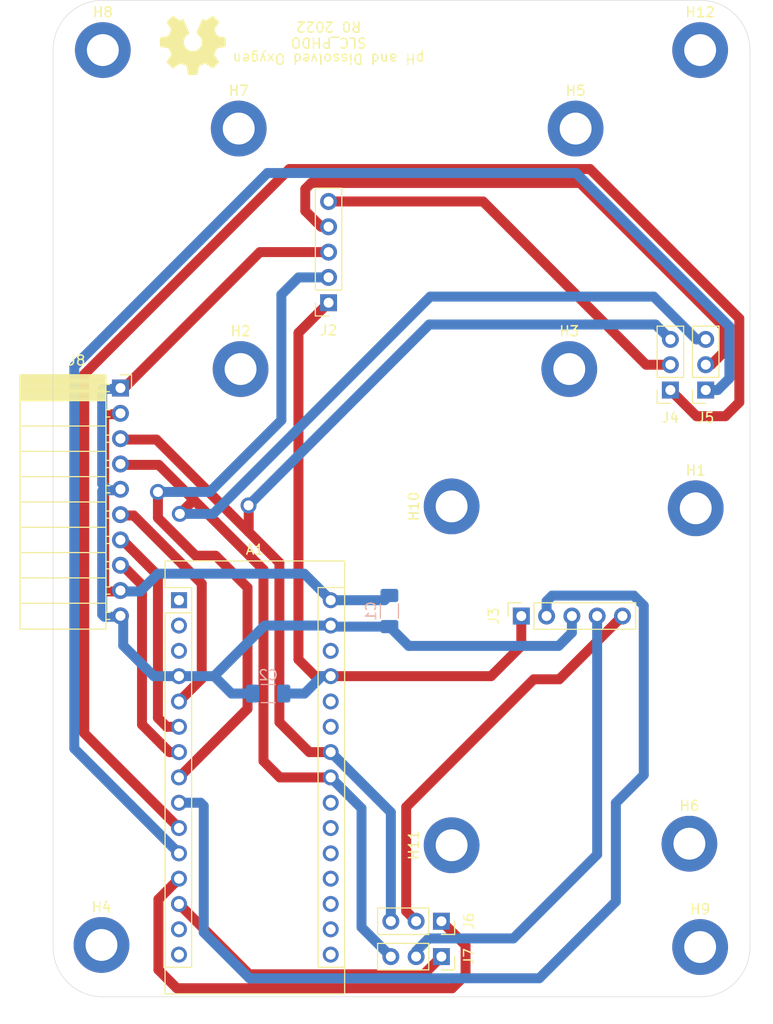
<source format=kicad_pcb>
(kicad_pcb (version 20240108) (generator "pcbnew") (generator_version "8.0")
  (layers (0 "F.Cu" signal) (31 "B.Cu" signal) (34 "B.Paste" user) (35 "F.Paste" user) (36 "B.SilkS" user "B.Silkscreen") (37 "F.SilkS" user "F.Silkscreen") (38 "B.Mask" user) (39 "F.Mask" user) (44 "Edge.Cuts" user))
  (net 0 "")
  (net 4 "GND")
  (net 5 "/E_STOP")
  (net 6 "/INT")
  (net 7 "/SYNC")
  (net 8 "/RX1")
  (net 9 "/TX1")
  (net 10 "/RX2")
  (net 11 "/TX2")
  (net 21 "/I2C_DAT")
  (net 22 "/I2C_CLK")
  (net 25 "+5V")
  (net 27 "+12V")
  (net 28 "/OFFO2")
  (net 29 "/OFFpH")
  (net 30 "/TX1{slash}SDA")
  (net 31 "/RX1{slash}SCL")
  (net 32 "/TX2{slash}SDA")
  (net 33 "/RX2{slash}SCL")
  (net 34 "/PHDO/E_STOP")
  (net 35 "/PHDO/INT")
  (net 36 "/PHDO/SYNC")
  (net 37 "/PHDO/I2C_DAT")
  (net 38 "/PHDO/I2C_CLK")
  (footprint "MountingHole:MountingHole_3.2mm_M3_DIN965_Pad" (layer "F.Cu") (at 160.02 91.44)
    (property "Reference" "H1" (at 0 -3.8 0) (layer "F.SilkS"))
    (property "Value" "MountingHole")
    (pad "1" thru_hole circle (at 0 0) (size 5.6 5.6) (drill 3.2) (layers "*.Cu" "*.Mask"))
  )
  (footprint "Connector_PinSocket_2.54mm:PinSocket_1x03_P2.54mm_Vertical" (layer "F.Cu") (at 134.475 136.425 -90)
    (property "Reference" "J7" (at 0 -2.77 90) (layer "F.SilkS"))
    (property "Value" "Conn_01x03_Male")
    (fp_line (start -1.33 6.41) (end 1.33 6.41) (stroke (width 0.12)) (layer "F.SilkS"))
    (fp_line (start -1.33 1.27) (end -1.33 6.41) (stroke (width 0.12)) (layer "F.SilkS"))
    (fp_line (start -1.33 1.27) (end 1.33 1.27) (stroke (width 0.12)) (layer "F.SilkS"))
    (fp_line (start 1.33 1.27) (end 1.33 6.41) (stroke (width 0.12)) (layer "F.SilkS"))
    (fp_line (start 0 -1.33) (end 1.33 -1.33) (stroke (width 0.12)) (layer "F.SilkS"))
    (fp_line (start 1.33 -1.33) (end 1.33 0) (stroke (width 0.12)) (layer "F.SilkS"))
    (pad "1" thru_hole rect (at 0 0 270) (size 1.7 1.7) (drill 1) (layers "*.Cu" "*.Mask") (net 11 "/TX2"))
    (pad "2" thru_hole oval (at 0 2.54 270) (size 1.7 1.7) (drill 1) (layers "*.Cu" "*.Mask") (net 32 "/TX2{slash}SDA"))
    (pad "3" thru_hole oval (at 0 5.08 270) (size 1.7 1.7) (drill 1) (layers "*.Cu" "*.Mask") (net 21 "/I2C_DAT"))
  )
  (footprint "Connector_PinSocket_2.54mm:PinSocket_1x05_P2.54mm_Vertical" (layer "F.Cu") (at 142.5 102.25 90)
    (property "Reference" "J3" (at 0 -2.77 90) (layer "F.SilkS"))
    (property "Value" "Conn_01x05_Female")
    (fp_line (start 1.33 -1.33) (end 1.33 0) (stroke (width 0.12)) (layer "F.SilkS"))
    (fp_line (start 0 -1.33) (end 1.33 -1.33) (stroke (width 0.12)) (layer "F.SilkS"))
    (fp_line (start 1.33 1.27) (end 1.33 11.49) (stroke (width 0.12)) (layer "F.SilkS"))
    (fp_line (start -1.33 1.27) (end 1.33 1.27) (stroke (width 0.12)) (layer "F.SilkS"))
    (fp_line (start -1.33 1.27) (end -1.33 11.49) (stroke (width 0.12)) (layer "F.SilkS"))
    (fp_line (start -1.33 11.49) (end 1.33 11.49) (stroke (width 0.12)) (layer "F.SilkS"))
    (pad "1" thru_hole rect (at 0 0 90) (size 1.7 1.7) (drill 1) (layers "*.Cu" "*.Mask") (net 25 "+5V"))
    (pad "2" thru_hole oval (at 0 2.54 90) (size 1.7 1.7) (drill 1) (layers "*.Cu" "*.Mask") (net 29 "/OFFpH"))
    (pad "3" thru_hole oval (at 0 5.08 90) (size 1.7 1.7) (drill 1) (layers "*.Cu" "*.Mask") (net 4 "GND"))
    (pad "4" thru_hole oval (at 0 7.62 90) (size 1.7 1.7) (drill 1) (layers "*.Cu" "*.Mask") (net 32 "/TX2{slash}SDA"))
    (pad "5" thru_hole oval (at 0 10.16 90) (size 1.7 1.7) (drill 1) (layers "*.Cu" "*.Mask") (net 33 "/RX2{slash}SCL"))
  )
  (footprint "Connector_PinSocket_2.54mm:PinSocket_1x03_P2.54mm_Vertical" (layer "F.Cu") (at 134.475 132.875 -90)
    (property "Reference" "J6" (at 0 -2.77 90) (layer "F.SilkS"))
    (property "Value" "Conn_01x03_Male")
    (fp_line (start -1.33 6.41) (end 1.33 6.41) (stroke (width 0.12)) (layer "F.SilkS"))
    (fp_line (start -1.33 1.27) (end -1.33 6.41) (stroke (width 0.12)) (layer "F.SilkS"))
    (fp_line (start -1.33 1.27) (end 1.33 1.27) (stroke (width 0.12)) (layer "F.SilkS"))
    (fp_line (start 1.33 1.27) (end 1.33 6.41) (stroke (width 0.12)) (layer "F.SilkS"))
    (fp_line (start 0 -1.33) (end 1.33 -1.33) (stroke (width 0.12)) (layer "F.SilkS"))
    (fp_line (start 1.33 -1.33) (end 1.33 0) (stroke (width 0.12)) (layer "F.SilkS"))
    (pad "1" thru_hole rect (at 0 0 270) (size 1.7 1.7) (drill 1) (layers "*.Cu" "*.Mask") (net 10 "/RX2"))
    (pad "2" thru_hole oval (at 0 2.54 270) (size 1.7 1.7) (drill 1) (layers "*.Cu" "*.Mask") (net 33 "/RX2{slash}SCL"))
    (pad "3" thru_hole oval (at 0 5.08 270) (size 1.7 1.7) (drill 1) (layers "*.Cu" "*.Mask") (net 22 "/I2C_CLK"))
  )
  (footprint "MountingHole:MountingHole_3.2mm_M3_DIN965_Pad" (layer "F.Cu") (at 159.385 125.095)
    (property "Reference" "H6" (at 0 -3.8 0) (layer "F.SilkS"))
    (property "Value" "MountingHole")
    (pad "1" thru_hole circle (at 0 0) (size 5.6 5.6) (drill 3.2) (layers "*.Cu" "*.Mask"))
  )
  (footprint "Connector_PinSocket_2.54mm:PinSocket_1x05_P2.54mm_Vertical" (layer "F.Cu") (at 123.139466 70.814466 180)
    (property "Reference" "J2" (at 0 -2.77 0) (layer "F.SilkS"))
    (property "Value" "Conn_01x05_Female")
    (fp_line (start 1.33 1.27) (end 1.33 11.49) (stroke (width 0.12)) (layer "F.SilkS"))
    (fp_line (start 1.33 -1.33) (end 1.33 0) (stroke (width 0.12)) (layer "F.SilkS"))
    (fp_line (start 0 -1.33) (end 1.33 -1.33) (stroke (width 0.12)) (layer "F.SilkS"))
    (fp_line (start -1.33 11.49) (end 1.33 11.49) (stroke (width 0.12)) (layer "F.SilkS"))
    (fp_line (start -1.33 1.27) (end 1.33 1.27) (stroke (width 0.12)) (layer "F.SilkS"))
    (fp_line (start -1.33 1.27) (end -1.33 11.49) (stroke (width 0.12)) (layer "F.SilkS"))
    (pad "1" thru_hole rect (at 0 0 180) (size 1.7 1.7) (drill 1) (layers "*.Cu" "*.Mask") (net 25 "+5V"))
    (pad "2" thru_hole oval (at 0 2.54 180) (size 1.7 1.7) (drill 1) (layers "*.Cu" "*.Mask") (net 28 "/OFFO2"))
    (pad "3" thru_hole oval (at 0 5.08 180) (size 1.7 1.7) (drill 1) (layers "*.Cu" "*.Mask") (net 4 "GND"))
    (pad "4" thru_hole oval (at 0 7.62 180) (size 1.7 1.7) (drill 1) (layers "*.Cu" "*.Mask") (net 30 "/TX1{slash}SDA"))
    (pad "5" thru_hole oval (at 0 10.16 180) (size 1.7 1.7) (drill 1) (layers "*.Cu" "*.Mask") (net 31 "/RX1{slash}SCL"))
  )
  (footprint "MountingHole:MountingHole_3.2mm_M3_DIN965_Pad" (layer "F.Cu") (at 147.955 53.34)
    (property "Reference" "H5" (at 0 -3.8 0) (layer "F.SilkS"))
    (property "Value" "MountingHole")
    (pad "1" thru_hole circle (at 0 0) (size 5.6 5.6) (drill 3.2) (layers "*.Cu" "*.Mask"))
  )
  (footprint "Connector_PinSocket_2.54mm:PinSocket_1x10_P2.54mm_Horizontal" (layer "F.Cu") (at 102.235 79.375)
    (property "Reference" "J8" (at -4.38 -2.77 0) (layer "F.SilkS"))
    (property "Value" "Conn_01x10_Female")
    (fp_line (start -10.09 -1.33) (end -10.09 24.19) (stroke (width 0.12)) (layer "F.SilkS"))
    (fp_line (start -10.09 -1.33) (end -1.46 -1.33) (stroke (width 0.12)) (layer "F.SilkS"))
    (fp_line (start -10.09 -1.21) (end -1.46 -1.21) (stroke (width 0.12)) (layer "F.SilkS"))
    (fp_line (start -10.09 -1.091905) (end -1.46 -1.091905) (stroke (width 0.12)) (layer "F.SilkS"))
    (fp_line (start -10.09 -0.97381) (end -1.46 -0.97381) (stroke (width 0.12)) (layer "F.SilkS"))
    (fp_line (start -10.09 -0.855715) (end -1.46 -0.855715) (stroke (width 0.12)) (layer "F.SilkS"))
    (fp_line (start -10.09 -0.73762) (end -1.46 -0.73762) (stroke (width 0.12)) (layer "F.SilkS"))
    (fp_line (start -10.09 -0.619525) (end -1.46 -0.619525) (stroke (width 0.12)) (layer "F.SilkS"))
    (fp_line (start -10.09 -0.50143) (end -1.46 -0.50143) (stroke (width 0.12)) (layer "F.SilkS"))
    (fp_line (start -10.09 -0.383335) (end -1.46 -0.383335) (stroke (width 0.12)) (layer "F.SilkS"))
    (fp_line (start -10.09 -0.26524) (end -1.46 -0.26524) (stroke (width 0.12)) (layer "F.SilkS"))
    (fp_line (start -10.09 -0.147145) (end -1.46 -0.147145) (stroke (width 0.12)) (layer "F.SilkS"))
    (fp_line (start -10.09 -0.02905) (end -1.46 -0.02905) (stroke (width 0.12)) (layer "F.SilkS"))
    (fp_line (start -10.09 0.089045) (end -1.46 0.089045) (stroke (width 0.12)) (layer "F.SilkS"))
    (fp_line (start -10.09 0.20714) (end -1.46 0.20714) (stroke (width 0.12)) (layer "F.SilkS"))
    (fp_line (start -10.09 0.325235) (end -1.46 0.325235) (stroke (width 0.12)) (layer "F.SilkS"))
    (fp_line (start -10.09 0.44333) (end -1.46 0.44333) (stroke (width 0.12)) (layer "F.SilkS"))
    (fp_line (start -10.09 0.561425) (end -1.46 0.561425) (stroke (width 0.12)) (layer "F.SilkS"))
    (fp_line (start -10.09 0.67952) (end -1.46 0.67952) (stroke (width 0.12)) (layer "F.SilkS"))
    (fp_line (start -10.09 0.797615) (end -1.46 0.797615) (stroke (width 0.12)) (layer "F.SilkS"))
    (fp_line (start -10.09 0.91571) (end -1.46 0.91571) (stroke (width 0.12)) (layer "F.SilkS"))
    (fp_line (start -10.09 1.033805) (end -1.46 1.033805) (stroke (width 0.12)) (layer "F.SilkS"))
    (fp_line (start -10.09 1.1519) (end -1.46 1.1519) (stroke (width 0.12)) (layer "F.SilkS"))
    (fp_line (start -10.09 1.27) (end -1.46 1.27) (stroke (width 0.12)) (layer "F.SilkS"))
    (fp_line (start -10.09 3.81) (end -1.46 3.81) (stroke (width 0.12)) (layer "F.SilkS"))
    (fp_line (start -10.09 6.35) (end -1.46 6.35) (stroke (width 0.12)) (layer "F.SilkS"))
    (fp_line (start -10.09 8.89) (end -1.46 8.89) (stroke (width 0.12)) (layer "F.SilkS"))
    (fp_line (start -10.09 11.43) (end -1.46 11.43) (stroke (width 0.12)) (layer "F.SilkS"))
    (fp_line (start -10.09 13.97) (end -1.46 13.97) (stroke (width 0.12)) (layer "F.SilkS"))
    (fp_line (start -10.09 16.51) (end -1.46 16.51) (stroke (width 0.12)) (layer "F.SilkS"))
    (fp_line (start -10.09 19.05) (end -1.46 19.05) (stroke (width 0.12)) (layer "F.SilkS"))
    (fp_line (start -10.09 21.59) (end -1.46 21.59) (stroke (width 0.12)) (layer "F.SilkS"))
    (fp_line (start -10.09 24.19) (end -1.46 24.19) (stroke (width 0.12)) (layer "F.SilkS"))
    (fp_line (start -1.46 -1.33) (end -1.46 24.19) (stroke (width 0.12)) (layer "F.SilkS"))
    (fp_line (start -1.46 -0.36) (end -1.11 -0.36) (stroke (width 0.12)) (layer "F.SilkS"))
    (fp_line (start -1.46 0.36) (end -1.11 0.36) (stroke (width 0.12)) (layer "F.SilkS"))
    (fp_line (start -1.46 2.18) (end -1.05 2.18) (stroke (width 0.12)) (layer "F.SilkS"))
    (fp_line (start -1.46 2.9) (end -1.05 2.9) (stroke (width 0.12)) (layer "F.SilkS"))
    (fp_line (start -1.46 4.72) (end -1.05 4.72) (stroke (width 0.12)) (layer "F.SilkS"))
    (fp_line (start -1.46 5.44) (end -1.05 5.44) (stroke (width 0.12)) (layer "F.SilkS"))
    (fp_line (start -1.46 7.26) (end -1.05 7.26) (stroke (width 0.12)) (layer "F.SilkS"))
    (fp_line (start -1.46 7.98) (end -1.05 7.98) (stroke (width 0.12)) (layer "F.SilkS"))
    (fp_line (start -1.46 9.8) (end -1.05 9.8) (stroke (width 0.12)) (layer "F.SilkS"))
    (fp_line (start -1.46 10.52) (end -1.05 10.52) (stroke (width 0.12)) (layer "F.SilkS"))
    (fp_line (start -1.46 12.34) (end -1.05 12.34) (stroke (width 0.12)) (layer "F.SilkS"))
    (fp_line (start -1.46 13.06) (end -1.05 13.06) (stroke (width 0.12)) (layer "F.SilkS"))
    (fp_line (start -1.46 14.88) (end -1.05 14.88) (stroke (width 0.12)) (layer "F.SilkS"))
    (fp_line (start -1.46 15.6) (end -1.05 15.6) (stroke (width 0.12)) (layer "F.SilkS"))
    (fp_line (start -1.46 17.42) (end -1.05 17.42) (stroke (width 0.12)) (layer "F.SilkS"))
    (fp_line (start -1.46 18.14) (end -1.05 18.14) (stroke (width 0.12)) (layer "F.SilkS"))
    (fp_line (start -1.46 19.96) (end -1.05 19.96) (stroke (width 0.12)) (layer "F.SilkS"))
    (fp_line (start -1.46 20.68) (end -1.05 20.68) (stroke (width 0.12)) (layer "F.SilkS"))
    (fp_line (start -1.46 22.5) (end -1.05 22.5) (stroke (width 0.12)) (layer "F.SilkS"))
    (fp_line (start -1.46 23.22) (end -1.05 23.22) (stroke (width 0.12)) (layer "F.SilkS"))
    (fp_line (start 0 -1.33) (end 1.11 -1.33) (stroke (width 0.12)) (layer "F.SilkS"))
    (fp_line (start 1.11 -1.33) (end 1.11 0) (stroke (width 0.12)) (layer "F.SilkS"))
    (pad "1" thru_hole rect (at 0 0) (size 1.7 1.7) (drill 1) (layers "*.Cu" "*.Mask") (net 4 "GND"))
    (pad "2" thru_hole oval (at 0 2.54) (size 1.7 1.7) (drill 1) (layers "*.Cu" "*.Mask") (net 27 "+12V"))
    (pad "3" thru_hole oval (at 0 5.08) (size 1.7 1.7) (drill 1) (layers "*.Cu" "*.Mask") (net 38 "/PHDO/I2C_CLK"))
    (pad "4" thru_hole oval (at 0 7.62) (size 1.7 1.7) (drill 1) (layers "*.Cu" "*.Mask") (net 37 "/PHDO/I2C_DAT"))
    (pad "5" thru_hole oval (at 0 10.16) (size 1.7 1.7) (drill 1) (layers "*.Cu" "*.Mask") (net 4 "GND"))
    (pad "6" thru_hole oval (at 0 12.7) (size 1.7 1.7) (drill 1) (layers "*.Cu" "*.Mask") (net 34 "/PHDO/E_STOP"))
    (pad "7" thru_hole oval (at 0 15.24) (size 1.7 1.7) (drill 1) (layers "*.Cu" "*.Mask") (net 35 "/PHDO/INT"))
    (pad "8" thru_hole oval (at 0 17.78) (size 1.7 1.7) (drill 1) (layers "*.Cu" "*.Mask") (net 36 "/PHDO/SYNC"))
    (pad "9" thru_hole oval (at 0 20.32) (size 1.7 1.7) (drill 1) (layers "*.Cu" "*.Mask") (net 27 "+12V"))
    (pad "10" thru_hole oval (at 0 22.86) (size 1.7 1.7) (drill 1) (layers "*.Cu" "*.Mask") (net 4 "GND"))
  )
  (footprint "MountingHole:MountingHole_3.2mm_M3_DIN965_Pad" (layer "F.Cu") (at 160.464466 45.464466)
    (property "Reference" "H12" (at 0 -3.8 0) (layer "F.SilkS"))
    (property "Value" "MountingHole")
    (pad "1" thru_hole circle (at 0 0) (size 5.6 5.6) (drill 3.2) (layers "*.Cu" "*.Mask"))
  )
  (footprint "Connector_PinSocket_2.54mm:PinSocket_1x03_P2.54mm_Vertical" (layer "F.Cu") (at 161.025 79.575 180)
    (property "Reference" "J5" (at 0 -2.77 0) (layer "F.SilkS"))
    (property "Value" "Conn_01x03_Male")
    (fp_line (start 1.33 1.27) (end 1.33 6.41) (stroke (width 0.12)) (layer "F.SilkS"))
    (fp_line (start 1.33 -1.33) (end 1.33 0) (stroke (width 0.12)) (layer "F.SilkS"))
    (fp_line (start 0 -1.33) (end 1.33 -1.33) (stroke (width 0.12)) (layer "F.SilkS"))
    (fp_line (start -1.33 6.41) (end 1.33 6.41) (stroke (width 0.12)) (layer "F.SilkS"))
    (fp_line (start -1.33 1.27) (end 1.33 1.27) (stroke (width 0.12)) (layer "F.SilkS"))
    (fp_line (start -1.33 1.27) (end -1.33 6.41) (stroke (width 0.12)) (layer "F.SilkS"))
    (pad "1" thru_hole rect (at 0 0 180) (size 1.7 1.7) (drill 1) (layers "*.Cu" "*.Mask") (net 9 "/TX1"))
    (pad "2" thru_hole oval (at 0 2.54 180) (size 1.7 1.7) (drill 1) (layers "*.Cu" "*.Mask") (net 30 "/TX1{slash}SDA"))
    (pad "3" thru_hole oval (at 0 5.08 180) (size 1.7 1.7) (drill 1) (layers "*.Cu" "*.Mask") (net 21 "/I2C_DAT"))
  )
  (footprint "Symbol:OSHW-Symbol_6.7x6mm_SilkScreen" (layer "F.Cu") (at 109.515 44.979 180)
    (property "Reference" "Logo1" (hide yes))
    (property "Value" "Logo_Open_Hardware_Small" (hide yes))
    (fp_poly (pts (xy 0.555814 -2.531069) (xy 0.639635 -2.086445) (xy 0.94892 -1.958947) (xy 1.258206 -1.831449) (xy 1.629246 -2.083754) (xy 1.733157 -2.154004) (xy 1.827087 -2.216728) (xy 1.906652 -2.269062) (xy 1.96747 -2.308143) (xy 2.005157 -2.331107) (xy 2.015421 -2.336058) (xy 2.03391 -2.323324) (xy 2.07342 -2.288118) (xy 2.129522 -2.234938) (xy 2.197787 -2.168282) (xy 2.273786 -2.092646) (xy 2.353092 -2.012528) (xy 2.431275 -1.932426) (xy 2.503907 -1.856836) (xy 2.566559 -1.790255) (xy 2.614803 -1.737182) (xy 2.64421 -1.702113) (xy 2.651241 -1.690377) (xy 2.641123 -1.66874) (xy 2.612759 -1.621338) (xy 2.569129 -1.552807) (xy 2.513218 -1.467785) (xy 2.448006 -1.370907) (xy 2.410219 -1.31565) (xy 2.341343 -1.214752) (xy 2.28014 -1.123701) (xy 2.229578 -1.04703) (xy 2.192628 -0.989272) (xy 2.172258 -0.954957) (xy 2.169197 -0.947746) (xy 2.176136 -0.927252) (xy 2.195051 -0.879487) (xy 2.223087 -0.811168) (xy 2.257391 -0.729011) (xy 2.295109 -0.63973) (xy 2.333387 -0.550042) (xy 2.36937 -0.466662) (xy 2.400206 -0.396306) (xy 2.423039 -0.34569) (xy 2.435017 -0.321529) (xy 2.435724 -0.320578) (xy 2.454531 -0.315964) (xy 2.504618 -0.305672) (xy 2.580793 -0.290713) (xy 2.677865 -0.272099) (xy 2.790643 -0.250841) (xy 2.856442 -0.238582) (xy 2.97695 -0.215638) (xy 3.085797 -0.193805) (xy 3.177476 -0.174278) (xy 3.246481 -0.158252) (xy 3.287304 -0.146921) (xy 3.295511 -0.143326) (xy 3.303548 -0.118994) (xy 3.310033 -0.064041) (xy 3.31497 0.015108) (xy 3.318364 0.112026) (xy 3.320218 0.220287) (xy 3.320538 0.333465) (xy 3.319327 0.445135) (xy 3.31659 0.548868) (xy 3.312331 0.638241) (xy 3.306555 0.706826) (xy 3.299267 0.748197) (xy 3.294895 0.75681) (xy 3.268764 0.767133) (xy 3.213393 0.781892) (xy 3.136107 0.799352) (xy 3.04423 0.81778) (xy 3.012158 0.823741) (xy 2.857524 0.852066) (xy 2.735375 0.874876) (xy 2.641673 0.89308) (xy 2.572384 0.907583) (xy 2.523471 0.919292) (xy 2.490897 0.929115) (xy 2.470628 0.937956) (xy 2.458626 0.946724) (xy 2.456947 0.948457) (xy 2.440184 0.976371) (xy 2.414614 1.030695) (xy 2.382788 1.104777) (xy 2.34726 1.191965) (xy 2.310583 1.285608) (xy 2.275311 1.379052) (xy 2.243996 1.465647) (xy 2.219193 1.53874) (xy 2.203454 1.591678) (xy 2.199332 1.617811) (xy 2.199676 1.618726) (xy 2.213641 1.640086) (xy 2.245322 1.687084) (xy 2.291391 1.754827) (xy 2.348518 1.838423) (xy 2.413373 1.932982) (xy 2.431843 1.959854) (xy 2.497699 2.057275) (xy 2.55565 2.146163) (xy 2.602538 2.221412) (xy 2.635207 2.27792) (xy 2.6505 2.310581) (xy 2.651241 2.314593) (xy 2.638392 2.335684) (xy 2.602888 2.377464) (xy 2.549293 2.435445) (xy 2.482171 2.505135) (xy 2.406087 2.582045) (xy 2.325604 2.661683) (xy 2.245287 2.739561) (xy 2.169699 2.811186) (xy 2.103405 2.87207) (xy 2.050969 2.917721) (xy 2.016955 2.94365) (xy 2.007545 2.947883) (xy 1.985643 2.937912) (xy 1.9408 2.91102) (xy 1.880321 2.871736) (xy 1.833789 2.840117) (xy 1.749475 2.782098) (xy 1.649626 2.713784) (xy 1.549473 2.645579) (xy 1.495627 2.609075) (xy 1.313371 2.4858) (xy 1.160381 2.56852) (xy 1.090682 2.604759) (xy 1.031414 2.632926) (xy 0.991311 2.648991) (xy 0.981103 2.651226) (xy 0.968829 2.634722) (xy 0.944613 2.588082) (xy 0.910263 2.515609) (xy 0.867588 2.421606) (xy 0.818394 2.310374) (xy 0.76449 2.186215) (xy 0.707684 2.053432) (xy 0.649782 1.916327) (xy 0.592593 1.779202) (xy 0.537924 1.646358) (xy 0.487584 1.522098) (xy 0.44338 1.410725) (xy 0.407119 1.316539) (xy 0.380609 1.243844) (xy 0.365658 1.196941) (xy 0.363254 1.180833) (xy 0.382311 1.160286) (xy 0.424036 1.126933) (xy 0.479706 1.087702) (xy 0.484378 1.084599) (xy 0.628264 0.969423) (xy 0.744283 0.835053) (xy 0.83143 0.685784) (xy 0.888699 0.525913) (xy 0.915086 0.359737) (xy 0.909585 0.191552) (xy 0.87119 0.025655) (xy 0.798895 -0.133658) (xy 0.777626 -0.168513) (xy 0.666996 -0.309263) (xy 0.536302 -0.422286) (xy 0.390064 -0.506997) (xy 0.232808 -0.562806) (xy 0.069057 -0.589126) (xy -0.096667 -0.58537) (xy -0.259838 -0.55095) (xy -0.415935 -0.485277) (xy -0.560433 -0.387765) (xy -0.605131 -0.348187) (xy -0.718888 -0.224297) (xy -0.801782 -0.093876) (xy -0.858644 0.052315) (xy -0.890313 0.197088) (xy -0.898131 0.35986) (xy -0.872062 0.52344) (xy -0.814755 0.682298) (xy -0.728856 0.830906) (xy -0.617014 0.963735) (xy -0.481877 1.075256) (xy -0.464117 1.087011) (xy -0.40785 1.125508) (xy -0.365077 1.158863) (xy -0.344628 1.18016) (xy -0.344331 1.180833) (xy -0.348721 1.203871) (xy -0.366124 1.256157) (xy -0.394732 1.33339) (xy -0.432735 1.431268) (xy -0.478326 1.545491) (xy -0.529697 1.671758) (xy -0.585038 1.805767) (xy -0.642542 1.943218) (xy -0.700399 2.079808) (xy -0.756802 2.211237) (xy -0.809942 2.333205) (xy -0.85801 2.441409) (xy -0.899199 2.531549) (xy -0.931699 2.599323) (xy -0.953703 2.64043) (xy -0.962564 2.651226) (xy -0.98964 2.642819) (xy -1.040303 2.620272) (xy -1.105817 2.587613) (xy -1.141841 2.56852) (xy -1.294832 2.4858) (xy -1.477088 2.609075) (xy -1.570125 2.672228) (xy -1.671985 2.741727) (xy -1.767438 2.807165) (xy -1.81525 2.840117) (xy -1.882495 2.885273) (xy -1.939436 2.921057) (xy -1.978646 2.942938) (xy -1.991381 2.947563) (xy -2.009917 2.935085) (xy -2.050941 2.900252) (xy -2.110475 2.846678) (xy -2.184542 2.777983) (xy -2.269165 2.697781) (xy -2.322685 2.646286) (xy -2.416319 2.554286) (xy -2.497241 2.471999) (xy -2.562177 2.402945) (xy -2.607858 2.350644) (xy -2.631011 2.318616) (xy -2.633232 2.312116) (xy -2.622924 2.287394) (xy -2.594439 2.237405) (xy -2.550937 2.167212) (xy -2.495577 2.081875) (xy -2.43152 1.986456) (xy -2.413303 1.959854) (xy -2.346927 1.863167) (xy -2.287378 1.776117) (xy -2.237984 1.703595) (xy -2.202075 1.650493) (xy -2.182981 1.621703) (xy -2.181136 1.618726) (xy -2.183895 1.595782) (xy -2.198538 1.545336) (xy -2.222513 1.474041) (xy -2.253266 1.388547) (xy -2.288244 1.295507) (xy -2.324893 1.201574) (xy -2.360661 1.113399) (xy -2.392994 1.037634) (xy -2.419338 0.980931) (xy -2.437142 0.949943) (xy -2.438407 0.948457) (xy -2.449294 0.939601) (xy -2.467682 0.930843) (xy -2.497606 0.921277) (xy -2.543103 0.909996) (xy -2.608209 0.896093) (xy -2.696961 0.878663) (xy -2.813393 0.856798) (xy -2.961542 0.829591) (xy -2.993618 0.823741) (xy -3.088686 0.805374) (xy -3.171565 0.787405) (xy -3.23493 0.771569) (xy -3.271458 0.7596) (xy -3.276356 0.75681) (xy -3.284427 0.732072) (xy -3.290987 0.67679) (xy -3.296033 0.597389) (xy -3.299559 0.500296) (xy -3.301561 0.391938) (xy -3.302036 0.27874) (xy -3.300977 0.167128) (xy -3.298382 0.063529) (xy -3.294246 -0.025632) (xy -3.288563 -0.093928) (xy -3.281331 -0.134934) (xy -3.276971 -0.143326) (xy -3.252698 -0.151792) (xy -3.197426 -0.165565) (xy -3.116662 -0.18345) (xy -3.015912 -0.204252) (xy -2.900683 -0.226777) (xy -2.837902 -0.238582) (xy -2.718787 -0.260849) (xy -2.612565 -0.281021) (xy -2.524427 -0.298085) (xy -2.459566 -0.311031) (xy -2.423174 -0.318845) (xy -2.417184 -0.320578) (xy -2.407061 -0.34011) (xy -2.385662 -0.387157) (xy -2.355839 -0.454997) (xy -2.320445 -0.536909) (xy -2.282332 -0.626172) (xy -2.244353 -0.716065) (xy -2.20936 -0.799865) (xy -2.180206 -0.870853) (xy -2.159743 -0.922306) (xy -2.150823 -0.947503) (xy -2.150657 -0.948604) (xy -2.160769 -0.968481) (xy -2.189117 -1.014223) (xy -2.232723 -1.081283) (xy -2.288606 -1.165116) (xy -2.353787 -1.261174) (xy -2.391679 -1.31635) (xy -2.460725 -1.417519) (xy -2.52205 -1.50937) (xy -2.572663 -1.587256) (xy -2.609571 -1.646531) (xy -2.629782 -1.682549) (xy -2.632701 -1.690623) (xy -2.620153 -1.709416) (xy -2.585463 -1.749543) (xy -2.533063 -1.806507) (xy -2.467384 -1.875815) (xy -2.392856 -1.952969) (xy -2.313913 -2.033475) (xy -2.234983 -2.112837) (xy -2.1605 -2.18656) (xy -2.094894 -2.250148) (xy -2.042596 -2.299106) (xy -2.008039 -2.328939) (xy -1.996478 -2.336058) (xy -1.977654 -2.326047) (xy -1.932631 -2.297922) (xy -1.865787 -2.254546) (xy -1.781499 -2.198782) (xy -1.684144 -2.133494) (xy -1.610707 -2.083754) (xy -1.239667 -1.831449) (xy -0.621095 -2.086445) (xy -0.537275 -2.531069) (xy -0.453454 -2.975693) (xy 0.471994 -2.975693) (xy 0.555814 -2.531069)) (stroke (width 0.01)) (fill solid) (layer "F.SilkS"))
  )
  (footprint "MountingHole:MountingHole_3.2mm_M3_DIN965_Pad" (layer "F.Cu") (at 100.464466 45.464466)
    (property "Reference" "H8" (at 0 -3.8 0) (layer "F.SilkS"))
    (property "Value" "MountingHole")
    (pad "1" thru_hole circle (at 0 0) (size 5.6 5.6) (drill 3.2) (layers "*.Cu" "*.Mask"))
  )
  (footprint "MountingHole:MountingHole_3.2mm_M3_DIN965_Pad" (layer "F.Cu") (at 160.464466 135.464466)
    (property "Reference" "H9" (at 0 -3.8 0) (layer "F.SilkS"))
    (property "Value" "MountingHole")
    (pad "1" thru_hole circle (at 0 0) (size 5.6 5.6) (drill 3.2) (layers "*.Cu" "*.Mask"))
  )
  (footprint "MountingHole:MountingHole_3.2mm_M3_DIN965_Pad" (layer "F.Cu") (at 135.5 125.25 90)
    (property "Reference" "H11" (at 0 -3.8 90) (layer "F.SilkS"))
    (property "Value" "MountingHole")
    (pad "1" thru_hole circle (at 0 0 90) (size 5.6 5.6) (drill 3.2) (layers "*.Cu" "*.Mask"))
  )
  (footprint "Connector_PinSocket_2.54mm:PinSocket_1x03_P2.54mm_Vertical" (layer "F.Cu") (at 157.475 79.575 180)
    (property "Reference" "J4" (at 0 -2.77 0) (layer "F.SilkS"))
    (property "Value" "Conn_01x03_Male")
    (fp_line (start 1.33 1.27) (end 1.33 6.41) (stroke (width 0.12)) (layer "F.SilkS"))
    (fp_line (start 1.33 -1.33) (end 1.33 0) (stroke (width 0.12)) (layer "F.SilkS"))
    (fp_line (start 0 -1.33) (end 1.33 -1.33) (stroke (width 0.12)) (layer "F.SilkS"))
    (fp_line (start -1.33 6.41) (end 1.33 6.41) (stroke (width 0.12)) (layer "F.SilkS"))
    (fp_line (start -1.33 1.27) (end 1.33 1.27) (stroke (width 0.12)) (layer "F.SilkS"))
    (fp_line (start -1.33 1.27) (end -1.33 6.41) (stroke (width 0.12)) (layer "F.SilkS"))
    (pad "1" thru_hole rect (at 0 0 180) (size 1.7 1.7) (drill 1) (layers "*.Cu" "*.Mask") (net 8 "/RX1"))
    (pad "2" thru_hole oval (at 0 2.54 180) (size 1.7 1.7) (drill 1) (layers "*.Cu" "*.Mask") (net 31 "/RX1{slash}SCL"))
    (pad "3" thru_hole oval (at 0 5.08 180) (size 1.7 1.7) (drill 1) (layers "*.Cu" "*.Mask") (net 22 "/I2C_CLK"))
  )
  (footprint "MountingHole:MountingHole_3.2mm_M3_DIN965_Pad" (layer "F.Cu") (at 100.33 135.255)
    (property "Reference" "H4" (at 0 -3.8 0) (layer "F.SilkS"))
    (property "Value" "MountingHole")
    (pad "1" thru_hole circle (at 0 0) (size 5.6 5.6) (drill 3.2) (layers "*.Cu" "*.Mask"))
  )
  (footprint "Module:Arduino_Nano" (layer "F.Cu") (at 108.114466 100.664466)
    (property "Reference" "A1" (at 7.62 -5.08 0) (layer "F.SilkS"))
    (property "Value" "Arduino_Nano_v3.x")
    (fp_line (start -1.4 -3.94) (end -1.4 -1.27) (stroke (width 0.12)) (layer "F.SilkS"))
    (fp_line (start -1.4 1.27) (end -1.4 39.5) (stroke (width 0.12)) (layer "F.SilkS"))
    (fp_line (start -1.4 39.5) (end 16.64 39.5) (stroke (width 0.12)) (layer "F.SilkS"))
    (fp_line (start 1.27 -1.27) (end -1.4 -1.27) (stroke (width 0.12)) (layer "F.SilkS"))
    (fp_line (start 1.27 1.27) (end -1.4 1.27) (stroke (width 0.12)) (layer "F.SilkS"))
    (fp_line (start 1.27 1.27) (end 1.27 -1.27) (stroke (width 0.12)) (layer "F.SilkS"))
    (fp_line (start 1.27 1.27) (end 1.27 36.83) (stroke (width 0.12)) (layer "F.SilkS"))
    (fp_line (start 1.27 36.83) (end -1.4 36.83) (stroke (width 0.12)) (layer "F.SilkS"))
    (fp_line (start 13.97 -1.27) (end 13.97 36.83) (stroke (width 0.12)) (layer "F.SilkS"))
    (fp_line (start 13.97 -1.27) (end 16.64 -1.27) (stroke (width 0.12)) (layer "F.SilkS"))
    (fp_line (start 13.97 36.83) (end 16.64 36.83) (stroke (width 0.12)) (layer "F.SilkS"))
    (fp_line (start 16.64 -3.94) (end -1.4 -3.94) (stroke (width 0.12)) (layer "F.SilkS"))
    (fp_line (start 16.64 39.5) (end 16.64 -3.94) (stroke (width 0.12)) (layer "F.SilkS"))
    (pad "1" thru_hole rect (at 0 0) (size 1.6 1.6) (drill 1) (layers "*.Cu" "*.Mask"))
    (pad "2" thru_hole oval (at 0 2.54) (size 1.6 1.6) (drill 1) (layers "*.Cu" "*.Mask"))
    (pad "3" thru_hole oval (at 0 5.08) (size 1.6 1.6) (drill 1) (layers "*.Cu" "*.Mask"))
    (pad "4" thru_hole oval (at 0 7.62) (size 1.6 1.6) (drill 1) (layers "*.Cu" "*.Mask") (net 4 "GND"))
    (pad "5" thru_hole oval (at 0 10.16) (size 1.6 1.6) (drill 1) (layers "*.Cu" "*.Mask") (net 5 "/E_STOP"))
    (pad "6" thru_hole oval (at 0 12.7) (size 1.6 1.6) (drill 1) (layers "*.Cu" "*.Mask") (net 6 "/INT"))
    (pad "7" thru_hole oval (at 0 15.24) (size 1.6 1.6) (drill 1) (layers "*.Cu" "*.Mask") (net 7 "/SYNC"))
    (pad "8" thru_hole oval (at 0 17.78) (size 1.6 1.6) (drill 1) (layers "*.Cu" "*.Mask") (net 28 "/OFFO2"))
    (pad "9" thru_hole oval (at 0 20.32) (size 1.6 1.6) (drill 1) (layers "*.Cu" "*.Mask") (net 29 "/OFFpH"))
    (pad "10" thru_hole oval (at 0 22.86) (size 1.6 1.6) (drill 1) (layers "*.Cu" "*.Mask") (net 8 "/RX1"))
    (pad "11" thru_hole oval (at 0 25.4) (size 1.6 1.6) (drill 1) (layers "*.Cu" "*.Mask") (net 9 "/TX1"))
    (pad "12" thru_hole oval (at 0 27.94) (size 1.6 1.6) (drill 1) (layers "*.Cu" "*.Mask") (net 10 "/RX2"))
    (pad "13" thru_hole oval (at 0 30.48) (size 1.6 1.6) (drill 1) (layers "*.Cu" "*.Mask") (net 11 "/TX2"))
    (pad "14" thru_hole oval (at 0 33.02) (size 1.6 1.6) (drill 1) (layers "*.Cu" "*.Mask"))
    (pad "15" thru_hole oval (at 0 35.56) (size 1.6 1.6) (drill 1) (layers "*.Cu" "*.Mask"))
    (pad "16" thru_hole oval (at 15.24 35.56) (size 1.6 1.6) (drill 1) (layers "*.Cu" "*.Mask"))
    (pad "17" thru_hole oval (at 15.24 33.02) (size 1.6 1.6) (drill 1) (layers "*.Cu" "*.Mask"))
    (pad "18" thru_hole oval (at 15.24 30.48) (size 1.6 1.6) (drill 1) (layers "*.Cu" "*.Mask"))
    (pad "19" thru_hole oval (at 15.24 27.94) (size 1.6 1.6) (drill 1) (layers "*.Cu" "*.Mask"))
    (pad "20" thru_hole oval (at 15.24 25.4) (size 1.6 1.6) (drill 1) (layers "*.Cu" "*.Mask"))
    (pad "21" thru_hole oval (at 15.24 22.86) (size 1.6 1.6) (drill 1) (layers "*.Cu" "*.Mask"))
    (pad "22" thru_hole oval (at 15.24 20.32) (size 1.6 1.6) (drill 1) (layers "*.Cu" "*.Mask"))
    (pad "23" thru_hole oval (at 15.24 17.78) (size 1.6 1.6) (drill 1) (layers "*.Cu" "*.Mask") (net 21 "/I2C_DAT"))
    (pad "24" thru_hole oval (at 15.24 15.24) (size 1.6 1.6) (drill 1) (layers "*.Cu" "*.Mask") (net 22 "/I2C_CLK"))
    (pad "25" thru_hole oval (at 15.24 12.7) (size 1.6 1.6) (drill 1) (layers "*.Cu" "*.Mask"))
    (pad "26" thru_hole oval (at 15.24 10.16) (size 1.6 1.6) (drill 1) (layers "*.Cu" "*.Mask"))
    (pad "27" thru_hole oval (at 15.24 7.62) (size 1.6 1.6) (drill 1) (layers "*.Cu" "*.Mask") (net 25 "+5V"))
    (pad "28" thru_hole oval (at 15.24 5.08) (size 1.6 1.6) (drill 1) (layers "*.Cu" "*.Mask"))
    (pad "29" thru_hole oval (at 15.24 2.54) (size 1.6 1.6) (drill 1) (layers "*.Cu" "*.Mask") (net 4 "GND"))
    (pad "30" thru_hole oval (at 15.24 0) (size 1.6 1.6) (drill 1) (layers "*.Cu" "*.Mask") (net 27 "+12V"))
  )
  (footprint "MountingHole:MountingHole_3.2mm_M3_DIN965_Pad" (layer "F.Cu") (at 135.5 91.25 90)
    (property "Reference" "H10" (at 0 -3.8 90) (layer "F.SilkS"))
    (property "Value" "MountingHole")
    (pad "1" thru_hole circle (at 0 0 90) (size 5.6 5.6) (drill 3.2) (layers "*.Cu" "*.Mask"))
  )
  (footprint "MountingHole:MountingHole_3.2mm_M3_DIN965_Pad" (layer "F.Cu") (at 147.32 77.47)
    (property "Reference" "H3" (at 0 -3.8 0) (layer "F.SilkS"))
    (property "Value" "MountingHole")
    (pad "1" thru_hole circle (at 0 0) (size 5.6 5.6) (drill 3.2) (layers "*.Cu" "*.Mask"))
  )
  (footprint "MountingHole:MountingHole_3.2mm_M3_DIN965_Pad" (layer "F.Cu") (at 114.3 77.47)
    (property "Reference" "H2" (at 0 -3.8 0) (layer "F.SilkS"))
    (property "Value" "MountingHole")
    (pad "1" thru_hole circle (at 0 0) (size 5.6 5.6) (drill 3.2) (layers "*.Cu" "*.Mask"))
  )
  (footprint "MountingHole:MountingHole_3.2mm_M3_DIN965_Pad" (layer "F.Cu") (at 114.114466 53.34)
    (property "Reference" "H7" (at 0 -3.8 0) (layer "F.SilkS"))
    (property "Value" "MountingHole")
    (pad "1" thru_hole circle (at 0 0) (size 5.6 5.6) (drill 3.2) (layers "*.Cu" "*.Mask"))
  )
  (footprint "Extras:C_1206_3216Metric_Pad1.33x1.80mm_HandSolder" (layer "B.Cu") (at 129.25 101.75 -90)
    (property "Reference" "C1" (at 0 1.85 90) (layer "B.SilkS") (effects (justify mirror)))
    (property "Value" "10uF_t")
    (fp_line (start -0.711252 0.91) (end 0.711252 0.91) (stroke (width 0.12)) (layer "B.SilkS"))
    (fp_line (start -0.711252 -0.91) (end 0.711252 -0.91) (stroke (width 0.12)) (layer "B.SilkS"))
    (pad "1" smd roundrect (at -1.5625 0 270) (size 1.325 1.8) (layers "B.Cu" "B.Paste" "B.Mask") (roundrect_rratio 0.1886792453) (net 27 "+12V"))
    (pad "2" smd roundrect (at 1.5625 0 270) (size 1.325 1.8) (layers "B.Cu" "B.Paste" "B.Mask") (roundrect_rratio 0.1886792453) (net 4 "GND"))
  )
  (footprint "Extras:C_1206_3216Metric_Pad1.33x1.80mm_HandSolder" (layer "B.Cu") (at 117.08 110.03 180)
    (property "Reference" "C2" (at 0 1.85 0) (layer "B.SilkS") (effects (justify mirror)))
    (property "Value" "10uF_t")
    (fp_line (start -0.711252 0.91) (end 0.711252 0.91) (stroke (width 0.12)) (layer "B.SilkS"))
    (fp_line (start -0.711252 -0.91) (end 0.711252 -0.91) (stroke (width 0.12)) (layer "B.SilkS"))
    (pad "1" smd roundrect (at -1.5625 0 180) (size 1.325 1.8) (layers "B.Cu" "B.Paste" "B.Mask") (roundrect_rratio 0.1886792453) (net 25 "+5V"))
    (pad "2" smd roundrect (at 1.5625 0 180) (size 1.325 1.8) (layers "B.Cu" "B.Paste" "B.Mask") (roundrect_rratio 0.1886792453) (net 4 "GND"))
  )
  (gr_arc (start 165.464466 135.464466) (mid 164 139) (end 160.464466 140.464466) (stroke (width 0.05)) (layer "Edge.Cuts"))
  (gr_arc (start 95.464466 45.464466) (mid 96.928932 41.928932) (end 100.464466 40.464466) (stroke (width 0.05)) (layer "Edge.Cuts"))
  (gr_line (start 95.464466 135.464466) (end 95.464466 45.464466) (stroke (width 0.05)) (layer "Edge.Cuts"))
  (gr_line (start 165.464466 45.464466) (end 165.464466 135.464466) (stroke (width 0.05)) (layer "Edge.Cuts"))
  (gr_line (start 100.464466 40.464466) (end 160.464466 40.464466) (stroke (width 0.05)) (layer "Edge.Cuts"))
  (gr_arc (start 160.464466 40.464466) (mid 164 41.928932) (end 165.464466 45.464466) (stroke (width 0.05)) (layer "Edge.Cuts"))
  (gr_line (start 100.464466 140.464466) (end 160.464466 140.464466) (stroke (width 0.05)) (layer "Edge.Cuts"))
  (gr_arc (start 100.464466 140.464466) (mid 96.928932 139) (end 95.464466 135.464466) (stroke (width 0.05)) (layer "Edge.Cuts"))
  (gr_text "pH and Dissolved Oxygen\nSLC_PHDO\nR0 2022" (at 123.15 44.725 180) (layer "F.SilkS") (effects (font (size 1 1))))
  (segment (start 116.244466 65.734466) (end 102.514466 79.464466) (width 1) (layer "F.Cu") (net 4))
  (segment (start 123.139466 65.734466) (end 116.244466 65.734466) (width 1) (layer "F.Cu") (net 4))
  (segment (start 131.1875 105.25) (end 129.25 103.3125) (width 1) (layer "B.Cu") (net 4))
  (segment (start 100.4 89) (end 100.4 79.528932) (width 1) (layer "B.Cu") (net 4))
  (segment (start 100.624466 102.324466) (end 100.4 102.1) (width 1) (layer "B.Cu") (net 4))
  (segment (start 146.25 105.25) (end 131.1875 105.25) (width 1) (layer "B.Cu") (net 4))
  (segment (start 101.024466 89.624466) (end 100.4 89) (width 1) (layer "B.Cu") (net 4))
  (segment (start 129.25 103.3125) (end 123.4625 103.3125) (width 1) (layer "B.Cu") (net 4))
  (segment (start 108.114466 108.284466) (end 105.584466 108.284466) (width 1) (layer "B.Cu") (net 4))
  (segment (start 100.4 102.1) (end 100.4 89.72) (width 1) (layer "B.Cu") (net 4))
  (segment (start 102.514466 102.324466) (end 100.624466 102.324466) (width 1) (layer "B.Cu") (net 4))
  (segment (start 111.644466 108.284466) (end 108.114466 108.284466) (width 1) (layer "B.Cu") (net 4))
  (segment (start 113.39 110.03) (end 111.644466 108.284466) (width 1) (layer "B.Cu") (net 4))
  (segment (start 115.5175 110.03) (end 113.39 110.03) (width 1) (layer "B.Cu") (net 4))
  (segment (start 102.514466 89.624466) (end 101.024466 89.624466) (width 1) (layer "B.Cu") (net 4))
  (segment (start 100.464466 79.464466) (end 102.514466 79.464466) (width 1) (layer "B.Cu") (net 4))
  (segment (start 105.584466 108.284466) (end 102.514466 105.214466) (width 1) (layer "B.Cu") (net 4))
  (segment (start 123.4625 103.3125) (end 123.354466 103.204466) (width 1) (layer "B.Cu") (net 4))
  (segment (start 123.354466 103.204466) (end 116.724466 103.204466) (width 1) (layer "B.Cu") (net 4))
  (segment (start 102.514466 105.214466) (end 102.514466 102.324466) (width 1) (layer "B.Cu") (net 4))
  (segment (start 100.4 89.72) (end 100.495534 89.624466) (width 1) (layer "B.Cu") (net 4))
  (segment (start 116.724466 103.204466) (end 111.644466 108.284466) (width 1) (layer "B.Cu") (net 4))
  (segment (start 100.495534 89.624466) (end 102.514466 89.624466) (width 1) (layer "B.Cu") (net 4))
  (segment (start 147.58 103.92) (end 146.25 105.25) (width 1) (layer "B.Cu") (net 4))
  (segment (start 147.58 102.25) (end 147.58 103.92) (width 1) (layer "B.Cu") (net 4))
  (segment (start 100.4 79.528932) (end 100.464466 79.464466) (width 1) (layer "B.Cu") (net 4))
  (segment (start 110.4 108.538932) (end 108.114466 110.824466) (width 1) (layer "F.Cu") (net 5))
  (segment (start 103.564466 92.164466) (end 110.4 99) (width 1) (layer "F.Cu") (net 5))
  (segment (start 110.4 99) (end 110.4 108.538932) (width 1) (layer "F.Cu") (net 5))
  (segment (start 102.514466 92.164466) (end 103.564466 92.164466) (width 1) (layer "F.Cu") (net 5))
  (segment (start 106 98.19) (end 106 112.475) (width 1) (layer "F.Cu") (net 6))
  (segment (start 106 112.475) (end 106.889466 113.364466) (width 1) (layer "F.Cu") (net 6))
  (segment (start 102.514466 94.704466) (end 106 98.19) (width 1) (layer "F.Cu") (net 6))
  (segment (start 106.889466 113.364466) (end 108.114466 113.364466) (width 1) (layer "F.Cu") (net 6))
  (segment (start 107.159466 115.904466) (end 108.114466 115.904466) (width 1) (layer "F.Cu") (net 7))
  (segment (start 104.4 99.13) (end 104.4 113.145) (width 1) (layer "F.Cu") (net 7))
  (segment (start 102.514466 97.244466) (end 104.4 99.13) (width 1) (layer "F.Cu") (net 7))
  (segment (start 104.4 113.145) (end 107.159466 115.904466) (width 1) (layer "F.Cu") (net 7))
  (segment (start 98.6 114.01) (end 108.114466 123.524466) (width 1) (layer "F.Cu") (net 8))
  (segment (start 164.4 72.4) (end 149.4 57.4) (width 1) (layer "F.Cu") (net 8))
  (segment (start 164.4 80.8) (end 164.4 72.4) (width 1) (layer "F.Cu") (net 8))
  (segment (start 119.2 57.4) (end 98.6 78) (width 1) (layer "F.Cu") (net 8))
  (segment (start 98.6 78) (end 98.6 114.01) (width 1) (layer "F.Cu") (net 8))
  (segment (start 149.4 57.4) (end 119.2 57.4) (width 1) (layer "F.Cu") (net 8))
  (segment (start 160.1 82.2) (end 163 82.2) (width 1) (layer "F.Cu") (net 8))
  (segment (start 163 82.2) (end 164.4 80.8) (width 1) (layer "F.Cu") (net 8))
  (segment (start 157.475 79.575) (end 160.1 82.2) (width 1) (layer "F.Cu") (net 8))
  (segment (start 163.4 73.2) (end 148 57.8) (width 1) (layer "B.Cu") (net 9))
  (segment (start 117 57.8) (end 97.6 77.2) (width 1) (layer "B.Cu") (net 9))
  (segment (start 97.6 77.2) (end 97.6 115.55) (width 1) (layer "B.Cu") (net 9))
  (segment (start 162.225 79.575) (end 163.4 78.4) (width 1) (layer "B.Cu") (net 9))
  (segment (start 148 57.8) (end 117 57.8) (width 1) (layer "B.Cu") (net 9))
  (segment (start 161.025 79.575) (end 162.225 79.575) (width 1) (layer "B.Cu") (net 9))
  (segment (start 97.6 115.55) (end 108.114466 126.064466) (width 1) (layer "B.Cu") (net 9))
  (segment (start 163.4 78.4) (end 163.4 73.2) (width 1) (layer "B.Cu") (net 9))
  (segment (start 107.9 139.6) (end 106.05 137.75) (width 1) (layer "F.Cu") (net 10))
  (segment (start 136.9 138.25) (end 135.55 139.6) (width 1) (layer "F.Cu") (net 10))
  (segment (start 135.55 139.6) (end 107.9 139.6) (width 1) (layer "F.Cu") (net 10))
  (segment (start 106.05 137.75) (end 106.05 130.668932) (width 1) (layer "F.Cu") (net 10))
  (segment (start 106.05 130.668932) (end 108.114466 128.604466) (width 1) (layer "F.Cu") (net 10))
  (segment (start 134.475 132.875) (end 136.9 135.3) (width 1) (layer "F.Cu") (net 10))
  (segment (start 136.9 135.3) (end 136.9 138.25) (width 1) (layer "F.Cu") (net 10))
  (segment (start 134.475 136.425) (end 132.7 138.2) (width 1) (layer "F.Cu") (net 11))
  (segment (start 132.7 138.2) (end 115.17 138.2) (width 1) (layer "F.Cu") (net 11))
  (segment (start 115.17 138.2) (end 108.114466 131.144466) (width 1) (layer "F.Cu") (net 11))
  (segment (start 116.6 116.8) (end 116.6 97.600718) (width 1) (layer "F.Cu") (net 21))
  (segment (start 118.244466 118.444466) (end 116.6 116.8) (width 1) (layer "F.Cu") (net 21))
  (segment (start 108.2 92) (end 109.499641 90.700359) (width 1) (layer "F.Cu") (net 21))
  (segment (start 116.6 97.6) (end 116.599282 97.6) (width 1) (layer "F.Cu") (net 21))
  (segment (start 116.599282 97.6) (end 109.699641 90.700359) (width 1) (layer "F.Cu") (net 21))
  (segment (start 106.083748 87.084466) (end 102.514466 87.084466) (width 1) (layer "F.Cu") (net 21))
  (segment (start 123.354466 118.444466) (end 118.244466 118.444466) (width 1) (layer "F.Cu") (net 21))
  (segment (start 109.499641 90.700359) (end 109.699641 90.700359) (width 1) (layer "F.Cu") (net 21))
  (segment (start 109.699641 90.700359) (end 106.083748 87.084466) (width 1) (layer "F.Cu") (net 21))
  (via (at 108.2 92) (size 1.6) (drill 1) (layers "F.Cu" "B.Cu") (net 21))
  (segment (start 129.395 136.425) (end 126.45 133.48) (width 1) (layer "B.Cu") (net 21))
  (segment (start 108.2 92) (end 111.55 92) (width 1) (layer "B.Cu") (net 21))
  (segment (start 111.55 92) (end 133.35 70.2) (width 1) (layer "B.Cu") (net 21))
  (segment (start 126.45 121.54) (end 123.354466 118.444466) (width 1) (layer "B.Cu") (net 21))
  (segment (start 133.35 70.2) (end 155.8 70.2) (width 1) (layer "B.Cu") (net 21))
  (segment (start 160.095 74.495) (end 161.025 74.495) (width 1) (layer "B.Cu") (net 21))
  (segment (start 126.45 133.48) (end 126.45 121.54) (width 1) (layer "B.Cu") (net 21))
  (segment (start 155.8 70.2) (end 160.095 74.495) (width 1) (layer "B.Cu") (net 21))
  (segment (start 105.844466 84.544466) (end 102.514466 84.544466) (width 1) (layer "F.Cu") (net 22))
  (segment (start 115.114466 91.164466) (end 115.114466 93.814466) (width 1) (layer "F.Cu") (net 22))
  (segment (start 118.2 112.9) (end 118.2 96.9) (width 1) (layer "F.Cu") (net 22))
  (segment (start 123.354466 115.904466) (end 121.204466 115.904466) (width 1) (layer "F.Cu") (net 22))
  (segment (start 121.204466 115.904466) (end 118.2 112.9) (width 1) (layer "F.Cu") (net 22))
  (segment (start 115.114466 93.814466) (end 105.844466 84.544466) (width 1) (layer "F.Cu") (net 22))
  (segment (start 118.2 96.9) (end 115.114466 93.814466) (width 1) (layer "F.Cu") (net 22))
  (segment (start 115.1 91.15) (end 115.114466 91.164466) (width 0.25) (layer "F.Cu") (net 22))
  (via (at 115.1 91.15) (size 1.6) (drill 1) (layers "F.Cu" "B.Cu") (net 22))
  (segment (start 133.25 73) (end 115.1 91.15) (width 1) (layer "B.Cu") (net 22))
  (segment (start 155.98 73) (end 133.25 73) (width 1) (layer "B.Cu") (net 22))
  (segment (start 129.395 132.875) (end 129.395 121.945) (width 1) (layer "B.Cu") (net 22))
  (segment (start 129.395 121.945) (end 123.354466 115.904466) (width 1) (layer "B.Cu") (net 22))
  (segment (start 157.475 74.495) (end 155.98 73) (width 1) (layer "B.Cu") (net 22))
  (segment (start 139.465534 108.284466) (end 123.354466 108.284466) (width 1) (layer "F.Cu") (net 25))
  (segment (start 142.5 102.25) (end 142.5 105.25) (width 1) (layer "F.Cu") (net 25))
  (segment (start 120.114466 106.614466) (end 121.784466 108.284466) (width 1) (layer "F.Cu") (net 25))
  (segment (start 120.114466 73.839466) (end 120.114466 106.614466) (width 1) (layer "F.Cu") (net 25))
  (segment (start 142.5 105.25) (end 139.465534 108.284466) (width 1) (layer "F.Cu") (net 25))
  (segment (start 123.139466 70.814466) (end 120.114466 73.839466) (width 1) (layer "F.Cu") (net 25))
  (segment (start 121.784466 108.284466) (end 123.354466 108.284466) (width 1) (layer "F.Cu") (net 25))
  (segment (start 120.72 110.03) (end 122.465534 108.284466) (width 1) (layer "B.Cu") (net 25))
  (segment (start 122.465534 108.284466) (end 123.354466 108.284466) (width 1) (layer "B.Cu") (net 25))
  (segment (start 118.6425 110.03) (end 120.72 110.03) (width 1) (layer "B.Cu") (net 25))
  (segment (start 100.6 82.328932) (end 100.6 99.768932) (width 1) (layer "F.Cu") (net 27))
  (segment (start 100.924466 82.004466) (end 100.6 82.328932) (width 1) (layer "F.Cu") (net 27))
  (segment (start 100.6 99.768932) (end 100.584466 99.784466) (width 1) (layer "F.Cu") (net 27))
  (segment (start 100.584466 99.784466) (end 102.514466 99.784466) (width 1) (layer "F.Cu") (net 27))
  (segment (start 102.514466 82.004466) (end 100.924466 82.004466) (width 1) (layer "F.Cu") (net 27))
  (segment (start 102.514466 99.784466) (end 104.215534 99.784466) (width 1) (layer "B.Cu") (net 27))
  (segment (start 123.354466 100.664466) (end 128.773034 100.664466) (width 1) (layer "B.Cu") (net 27))
  (segment (start 104.215534 99.784466) (end 106 98) (width 1) (layer "B.Cu") (net 27))
  (segment (start 106 98) (end 120.69 98) (width 1) (layer "B.Cu") (net 27))
  (segment (start 128.773034 100.664466) (end 129.25 100.1875) (width 1) (layer "B.Cu") (net 27))
  (segment (start 120.69 98) (end 123.354466 100.664466) (width 1) (layer "B.Cu") (net 27))
  (segment (start 106 92.4) (end 109.8 96.2) (width 1) (layer "F.Cu") (net 28))
  (segment (start 111.8 96.2) (end 115 99.4) (width 1) (layer "F.Cu") (net 28))
  (segment (start 109.8 96.2) (end 111.8 96.2) (width 1) (layer "F.Cu") (net 28))
  (segment (start 115 111.558932) (end 108.114466 118.444466) (width 1) (layer "F.Cu") (net 28))
  (segment (start 115 99.4) (end 115 111.558932) (width 1) (layer "F.Cu") (net 28))
  (segment (start 106 89.8) (end 106 92.4) (width 1) (layer "F.Cu") (net 28))
  (via (at 106 89.8) (size 1.6) (drill 1) (layers "F.Cu" "B.Cu") (net 28))
  (segment (start 118.4 70) (end 120.125534 68.274466) (width 1) (layer "B.Cu") (net 28))
  (segment (start 106 89.8) (end 111.2 89.8) (width 1) (layer "B.Cu") (net 28))
  (segment (start 120.125534 68.274466) (end 123.139466 68.274466) (width 1) (layer "B.Cu") (net 28))
  (segment (start 118.4 82.6) (end 118.4 70) (width 1) (layer "B.Cu") (net 28))
  (segment (start 111.2 89.8) (end 118.4 82.6) (width 1) (layer "B.Cu") (net 28))
  (segment (start 110.6 121.3) (end 110.284466 120.984466) (width 1) (layer "B.Cu") (net 29))
  (segment (start 153.8 100.2) (end 154.8 101.2) (width 1) (layer "B.Cu") (net 29))
  (segment (start 145.6 100.2) (end 153.8 100.2) (width 1) (layer "B.Cu") (net 29))
  (segment (start 152 121) (end 152 130.9) (width 1) (layer "B.Cu") (net 29))
  (segment (start 152 130.9) (end 144.3 138.6) (width 1) (layer "B.Cu") (net 29))
  (segment (start 154.8 101.2) (end 154.8 118.2) (width 1) (layer "B.Cu") (net 29))
  (segment (start 145.04 100.76) (end 145.6 100.2) (width 1) (layer "B.Cu") (net 29))
  (segment (start 110.284466 120.984466) (end 108.114466 120.984466) (width 1) (layer "B.Cu") (net 29))
  (segment (start 110.6 134) (end 110.6 121.3) (width 1) (layer "B.Cu") (net 29))
  (segment (start 154.8 118.2) (end 152 121) (width 1) (layer "B.Cu") (net 29))
  (segment (start 144.3 138.6) (end 115.2 138.6) (width 1) (layer "B.Cu") (net 29))
  (segment (start 145.04 102.25) (end 145.04 100.76) (width 1) (layer "B.Cu") (net 29))
  (segment (start 115.2 138.6) (end 110.6 134) (width 1) (layer "B.Cu") (net 29))
  (segment (start 120.8 59.4) (end 120.8 61.6) (width 1) (layer "F.Cu") (net 30))
  (segment (start 161.565 77.035) (end 162.8 75.8) (width 1) (layer "F.Cu") (net 30))
  (segment (start 121.4 58.8) (end 120.8 59.4) (width 1) (layer "F.Cu") (net 30))
  (segment (start 161.025 77.035) (end 161.565 77.035) (width 1) (layer "F.Cu") (net 30))
  (segment (start 148.4 58.8) (end 121.4 58.8) (width 1) (layer "F.Cu") (net 30))
  (segment (start 162.8 73.2) (end 148.4 58.8) (width 1) (layer "F.Cu") (net 30))
  (segment (start 162.8 75.8) (end 162.8 73.2) (width 1) (layer "F.Cu") (net 30))
  (segment (start 120.8 61.6) (end 122.394466 63.194466) (width 1) (layer "F.Cu") (net 30))
  (segment (start 122.394466 63.194466) (end 123.139466 63.194466) (width 1) (layer "F.Cu") (net 30))
  (segment (start 157.475 77.035) (end 155.035 77.035) (width 1) (layer "F.Cu") (net 31))
  (segment (start 155.035 77.035) (end 138.654466 60.654466) (width 1) (layer "F.Cu") (net 31))
  (segment (start 138.654466 60.654466) (end 123.139466 60.654466) (width 1) (layer "F.Cu") (net 31))
  (segment (start 131.935 135.865978) (end 133.200978 134.6) (width 1) (layer "B.Cu") (net 32))
  (segment (start 141.7 134.6) (end 150.12 126.18) (width 1) (layer "B.Cu") (net 32))
  (segment (start 131.935 136.425) (end 131.935 135.865978) (width 1) (layer "B.Cu") (net 32))
  (segment (start 150.12 126.18) (end 150.12 102.25) (width 1) (layer "B.Cu") (net 32))
  (segment (start 133.200978 134.6) (end 141.7 134.6) (width 1) (layer "B.Cu") (net 32))
  (segment (start 146.31 108.6) (end 152.66 102.25) (width 1) (layer "F.Cu") (net 33))
  (segment (start 131.935 132.875) (end 130.940148 131.880148) (width 1) (layer "F.Cu") (net 33))
  (segment (start 130.940148 121.409852) (end 143.75 108.6) (width 1) (layer "F.Cu") (net 33))
  (segment (start 130.940148 131.880148) (end 130.940148 121.409852) (width 1) (layer "F.Cu") (net 33))
  (segment (start 143.75 108.6) (end 146.31 108.6) (width 1) (layer "F.Cu") (net 33))
)
</source>
